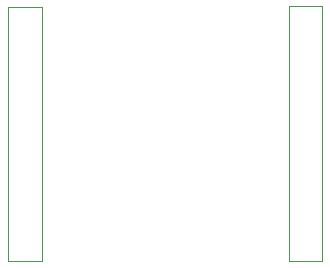
<source format=gbr>
%TF.GenerationSoftware,Altium Limited,Altium Designer,22.10.1 (41)*%
G04 Layer_Color=32768*
%FSLAX45Y45*%
%MOMM*%
%TF.SameCoordinates,19E9B31E-7746-43A9-897C-89C24B045B63*%
%TF.FilePolarity,Positive*%
%TF.FileFunction,Other,Mechanical_15*%
%TF.Part,Single*%
G01*
G75*
%TA.AperFunction,NonConductor*%
%ADD26C,0.05000*%
D26*
X2896205Y2213148D02*
X3182209D01*
Y60152D02*
Y2213148D01*
X2896205Y60152D02*
X3182209D01*
X2896205D02*
Y2213148D01*
X521305Y2206772D02*
X807309D01*
Y53777D02*
Y2206772D01*
X521305Y53777D02*
X807309D01*
X521305D02*
Y2206772D01*
%TF.MD5,3268ffcfbadfa5e26ddaddcff299e178*%
M02*

</source>
